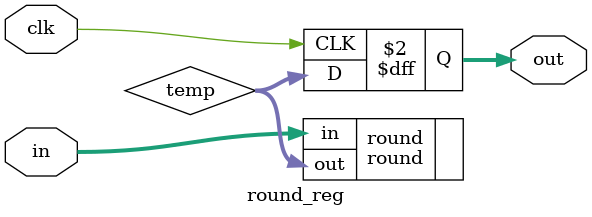
<source format=v>


module round_reg
  #(parameter bits_in=0,
    parameter bits_out=0)
    (input clk,
     input [bits_in-1:0] in,
     output reg [bits_out-1:0] out);

   wire [bits_out-1:0] temp;

   round #(.bits_in(bits_in),.bits_out(bits_out)) round (.in(in),.out(temp));
   
   always @(posedge clk)
     out <= temp;
   
endmodule // round

</source>
